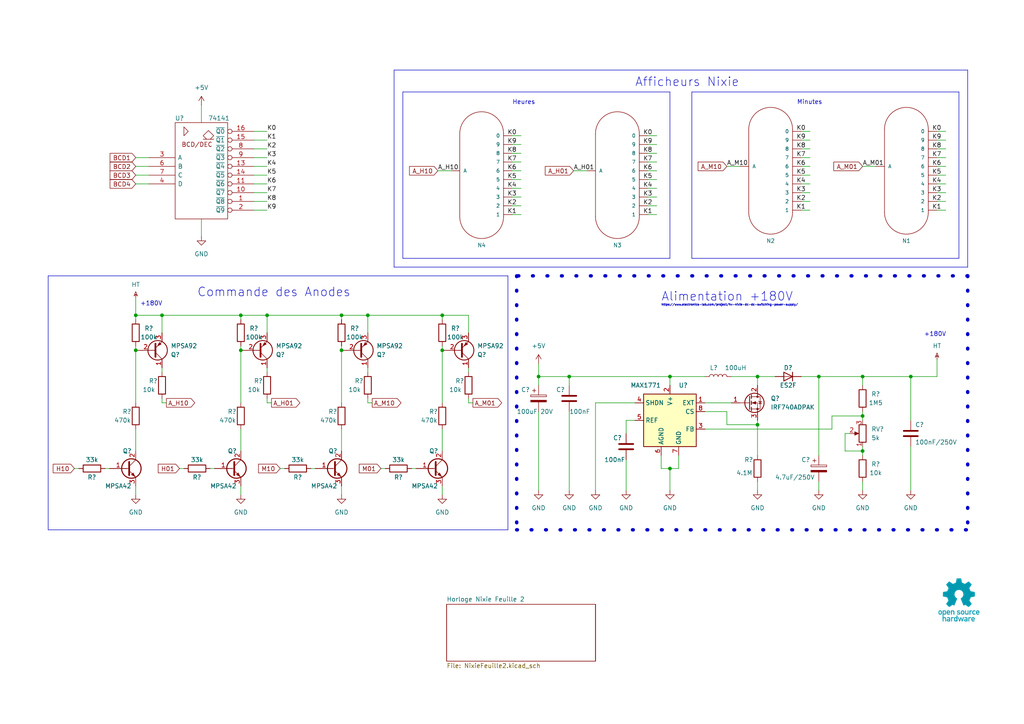
<source format=kicad_sch>
(kicad_sch (version 20230121) (generator eeschema)
  (paper "A4")
  (title_block (title "Horloge Nixie") (date "2023-07-09") (rev "0.2") (company "Auteur : Laurent Claude - www.laurentclaude.fr") (comment 1 "Licence : Open Source Hardware"))
  (lib_symbols
    (symbol "74xx_IEEE:74141" (pin_names (offset 0.762))
      (property "Reference" "U" (at 0 0 0))
      (property "Value" "74141" (at 7.62 -15.24 0))
      (symbol "74141_0_0"
        (polyline (pts (xy 3.556 9.144) (xy 3.048 9.144) (xy 3.048 9.144)))
        (polyline (pts (xy -5.08 12.7) (xy -5.08 10.16) (xy -3.81 11.43) (xy -5.08 12.7) (xy -5.08 12.7)))
        (polyline (pts (xy 2.54 9.144) (xy 3.556 10.16) (xy 2.032 11.684) (xy 0.508 10.16) (xy 1.524 9.144) (xy 0.508 9.144) (xy 3.556 9.144)))
        (text "BCD/DEC" (at -1.27 7.62 0) (effects (font (size 1.27 1.27))))
        (pin power_in line (at 0 -13.97 90) (length 0) hide (name "GND") (number "12"))
        (pin power_in line (at 0 13.97 270) (length 0) hide (name "VCC") (number "5"))
      )
      (symbol "74141_0_1"
        (rectangle (start -7.62 13.97) (end 7.62 -13.97))
      )
      (symbol "74141_1_1"
        (pin open_collector inverted (at 15.24 -8.89 180) (length 7.62) (name "~{Q8}") (number "1"))
        (pin open_collector inverted (at 15.24 -6.35 180) (length 7.62) (name "~{Q7}") (number "10"))
        (pin open_collector inverted (at 15.24 -3.81 180) (length 7.62) (name "~{Q6}") (number "11"))
        (pin open_collector inverted (at 15.24 1.27 180) (length 7.62) (name "~{Q4}") (number "13"))
        (pin open_collector inverted (at 15.24 -1.27 180) (length 7.62) (name "~{Q5}") (number "14"))
        (pin open_collector inverted (at 15.24 8.89 180) (length 7.62) (name "~{Q1}") (number "15"))
        (pin open_collector inverted (at 15.24 11.43 180) (length 7.62) (name "~{Q0}") (number "16"))
        (pin open_collector inverted (at 15.24 -11.43 180) (length 7.62) (name "~{Q9}") (number "2"))
        (pin input line (at -15.24 3.81 0) (length 7.62) (name "A") (number "3"))
        (pin input line (at -15.24 -3.81 0) (length 7.62) (name "D") (number "4"))
        (pin input line (at -15.24 1.27 0) (length 7.62) (name "B") (number "6"))
        (pin input line (at -15.24 -1.27 0) (length 7.62) (name "C") (number "7"))
        (pin open_collector inverted (at 15.24 6.35 180) (length 7.62) (name "~{Q2}") (number "8"))
        (pin open_collector inverted (at 15.24 3.81 180) (length 7.62) (name "~{Q3}") (number "9"))
      )
    )
    (symbol "Device:C" (pin_numbers hide) (pin_names (offset 0.254))
      (property "Reference" "C" (at 0.635 2.54 0))
      (property "Value" "C" (at 0.635 -2.54 0))
      (symbol "C_0_1"
        (polyline (pts (xy -2.032 -0.762) (xy 2.032 -0.762)) (stroke (width 0.508)))
        (polyline (pts (xy -2.032 0.762) (xy 2.032 0.762)) (stroke (width 0.508)))
      )
      (symbol "C_1_1"
        (pin passive line (at 0 3.81 270) (length 2.794) (name "~") (number "1"))
        (pin passive line (at 0 -3.81 90) (length 2.794) (name "~") (number "2"))
      )
    )
    (symbol "Device:C_Polarized" (pin_numbers hide) (pin_names (offset 0.254))
      (property "Reference" "C" (at 0.635 2.54 0))
      (property "Value" "C_Polarized" (at 0.635 -2.54 0))
      (symbol "C_Polarized_0_1"
        (rectangle (start -2.286 0.508) (end 2.286 1.016))
        (polyline (pts (xy -1.778 2.286) (xy -0.762 2.286)))
        (polyline (pts (xy -1.27 2.794) (xy -1.27 1.778)))
        (rectangle (start 2.286 -0.508) (end -2.286 -1.016) (fill (type outline)))
      )
      (symbol "C_Polarized_1_1"
        (pin passive line (at 0 3.81 270) (length 2.794) (name "~") (number "1"))
        (pin passive line (at 0 -3.81 90) (length 2.794) (name "~") (number "2"))
      )
    )
    (symbol "Device:D" (pin_numbers hide) (pin_names (offset 1.016) hide)
      (property "Reference" "D" (at 0 2.54 0))
      (property "Value" "D" (at 0 -2.54 0))
      (symbol "D_0_1"
        (polyline (pts (xy -1.27 1.27) (xy -1.27 -1.27)) (stroke (width 0.254)))
        (polyline (pts (xy 1.27 0) (xy -1.27 0)))
        (polyline (pts (xy 1.27 1.27) (xy 1.27 -1.27) (xy -1.27 0) (xy 1.27 1.27)) (stroke (width 0.254)))
      )
      (symbol "D_1_1"
        (pin passive line (at -3.81 0 0) (length 2.54) (name "K") (number "1"))
        (pin passive line (at 3.81 0 180) (length 2.54) (name "A") (number "2"))
      )
    )
    (symbol "Device:L" (pin_numbers hide) (pin_names (offset 1.016) hide)
      (property "Reference" "L" (at -1.27 0 90))
      (property "Value" "L" (at 1.905 0 90))
      (symbol "L_0_1"
        (arc (start 0 -2.54) (mid 0.6323 -1.905) (end 0 -1.27))
        (arc (start 0 -1.27) (mid 0.6323 -0.635) (end 0 0))
        (arc (start 0 0) (mid 0.6323 0.635) (end 0 1.27))
        (arc (start 0 1.27) (mid 0.6323 1.905) (end 0 2.54))
      )
      (symbol "L_1_1"
        (pin passive line (at 0 3.81 270) (length 1.27) (name "1") (number "1"))
        (pin passive line (at 0 -3.81 90) (length 1.27) (name "2") (number "2"))
      )
    )
    (symbol "Device:R" (pin_numbers hide) (pin_names (offset 0))
      (property "Reference" "R" (at 2.032 0 90))
      (property "Value" "R" (at 0 0 90))
      (symbol "R_0_1"
        (rectangle (start -1.016 -2.54) (end 1.016 2.54) (stroke (width 0.254)))
      )
      (symbol "R_1_1"
        (pin passive line (at 0 3.81 270) (length 1.27) (name "~") (number "1"))
        (pin passive line (at 0 -3.81 90) (length 1.27) (name "~") (number "2"))
      )
    )
    (symbol "Device:R_Potentiometer" (pin_names (offset 1.016) hide)
      (property "Reference" "RV" (at -4.445 0 90))
      (property "Value" "R_Potentiometer" (at -2.54 0 90))
      (symbol "R_Potentiometer_0_1"
        (polyline (pts (xy 2.54 0) (xy 1.524 0)))
        (polyline (pts (xy 1.143 0) (xy 2.286 0.508) (xy 2.286 -0.508) (xy 1.143 0)) (fill (type outline)))
        (rectangle (start 1.016 2.54) (end -1.016 -2.54) (stroke (width 0.254)))
      )
      (symbol "R_Potentiometer_1_1"
        (pin passive line (at 0 3.81 270) (length 1.27) (name "1") (number "1"))
        (pin passive line (at 3.81 0 180) (length 1.27) (name "2") (number "2"))
        (pin passive line (at 0 -3.81 90) (length 1.27) (name "3") (number "3"))
      )
    )
    (symbol "Nixie:IN-1" (pin_numbers hide) (pin_names (offset 1.016))
      (property "Reference" "N" (at -5.715 20.955 0))
      (symbol "IN-1_1_0"
        (polyline (pts (xy -7.62 -10.795) (xy -7.62 13.335)))
        (polyline (pts (xy 5.08 -10.795) (xy 5.08 13.335)))
      )
      (symbol "IN-1_1_1"
        (arc (start -7.62 -10.795) (mid -1.27 -17.1174) (end 5.08 -10.795))
        (arc (start 5.08 13.335) (mid -1.27 19.6574) (end -7.62 13.335))
        (pin bidirectional line (at -10.16 -10.16 0) (length 2.54) (name "0") (number "0"))
        (pin bidirectional line (at -10.16 12.7 0) (length 2.54) (name "1") (number "1"))
        (pin bidirectional line (at -10.16 10.16 0) (length 2.54) (name "2") (number "2"))
        (pin bidirectional line (at -10.16 7.62 0) (length 2.54) (name "3") (number "3"))
        (pin bidirectional line (at -10.16 5.08 0) (length 2.54) (name "4") (number "4"))
        (pin bidirectional line (at -10.16 2.54 0) (length 2.54) (name "5") (number "5"))
        (pin bidirectional line (at -10.16 0 0) (length 2.54) (name "6") (number "6"))
        (pin bidirectional line (at -10.16 -2.54 0) (length 2.54) (name "7") (number "7"))
        (pin bidirectional line (at -10.16 -5.08 0) (length 2.54) (name "8") (number "8"))
        (pin bidirectional line (at -10.16 -7.62 0) (length 2.54) (name "9") (number "9"))
        (pin bidirectional line (at 7.62 0 180) (length 2.54) (name "A") (number "A"))
      )
    )
    (symbol "Regulator_Switching:MAX1771xSA"
      (property "Reference" "U" (at -3.81 10.16 0))
      (property "Value" "MAX1771xSA" (at 6.35 10.16 0))
      (symbol "MAX1771xSA_0_1"
        (rectangle (start -7.62 7.62) (end 7.62 -7.62) (stroke (width 0.254)) (fill (type background)))
      )
      (symbol "MAX1771xSA_1_1"
        (pin output line (at 10.16 5.08 180) (length 2.54) (name "EXT") (number "1"))
        (pin power_in line (at 0 10.16 270) (length 2.54) (name "V+") (number "2"))
        (pin input line (at 10.16 -2.54 180) (length 2.54) (name "FB") (number "3"))
        (pin input line (at -10.16 5.08 0) (length 2.54) (name "SHDN") (number "4"))
        (pin passive line (at -10.16 0 0) (length 2.54) (name "REF") (number "5"))
        (pin power_in line (at -2.54 -10.16 90) (length 2.54) (name "AGND") (number "6"))
        (pin power_in line (at 2.54 -10.16 90) (length 2.54) (name "GND") (number "7"))
        (pin input line (at 10.16 2.54 180) (length 2.54) (name "CS") (number "8"))
      )
    )
    (symbol "Transistor_BJT:BC557" (pin_names (offset 0) hide)
      (property "Reference" "Q" (at 5.08 1.905 0))
      (property "Value" "BC557" (at 5.08 0 0))
      (symbol "BC557_0_1"
        (polyline (pts (xy 0.635 0.635) (xy 2.54 2.54)))
        (polyline (pts (xy 0.635 -0.635) (xy 2.54 -2.54) (xy 2.54 -2.54)))
        (polyline (pts (xy 0.635 1.905) (xy 0.635 -1.905) (xy 0.635 -1.905)) (stroke (width 0.508)))
        (polyline (pts (xy 2.286 -1.778) (xy 1.778 -2.286) (xy 1.27 -1.27) (xy 2.286 -1.778) (xy 2.286 -1.778)) (fill (type outline)))
        (circle (center 1.27 0) (radius 2.8194) (stroke (width 0.254)))
      )
      (symbol "BC557_1_1"
        (pin passive line (at 2.54 5.08 270) (length 2.54) (name "C") (number "1"))
        (pin input line (at -5.08 0 0) (length 5.715) (name "B") (number "2"))
        (pin passive line (at 2.54 -5.08 90) (length 2.54) (name "E") (number "3"))
      )
    )
    (symbol "Transistor_BJT:MJE13007G" (pin_names (offset 0) hide)
      (property "Reference" "Q" (at 6.35 1.905 0))
      (property "Value" "MJE13007G" (at 6.35 0 0))
      (symbol "MJE13007G_0_1"
        (polyline (pts (xy 0 0) (xy 0.635 0)))
        (polyline (pts (xy 2.54 2.54) (xy 0.635 0.635)))
        (polyline (pts (xy 0.635 1.905) (xy 0.635 -1.905) (xy 0.635 -1.905)) (stroke (width 0.508)))
        (polyline (pts (xy 2.286 -2.286) (xy 1.778 -1.778) (xy 1.778 -1.778)))
        (polyline (pts (xy 2.54 -2.54) (xy 0.635 -0.635) (xy 1.27 -1.27)) (fill (type outline)))
        (polyline (pts (xy 1.27 -1.778) (xy 1.778 -1.27) (xy 2.286 -2.286) (xy 1.27 -1.778) (xy 1.27 -1.778)) (fill (type outline)))
        (circle (center 1.27 0) (radius 2.8194) (stroke (width 0.3048)))
      )
      (symbol "MJE13007G_1_1"
        (pin input line (at -5.08 0 0) (length 5.08) (name "B") (number "1"))
        (pin passive line (at 2.54 5.08 270) (length 2.54) (name "C") (number "2"))
        (pin passive line (at 2.54 -5.08 90) (length 2.54) (name "E") (number "3"))
      )
    )
    (symbol "Transistor_FET:IRF740" (pin_names hide)
      (property "Reference" "Q" (at 6.35 1.905 0))
      (property "Value" "IRF740" (at 6.35 0 0))
      (symbol "IRF740_0_1"
        (polyline (pts (xy 0.254 0) (xy -2.54 0)))
        (polyline (pts (xy 0.254 1.905) (xy 0.254 -1.905)) (stroke (width 0.254)))
        (polyline (pts (xy 0.762 -1.27) (xy 0.762 -2.286)) (stroke (width 0.254)))
        (polyline (pts (xy 0.762 0.508) (xy 0.762 -0.508)) (stroke (width 0.254)))
        (polyline (pts (xy 0.762 2.286) (xy 0.762 1.27)) (stroke (width 0.254)))
        (polyline (pts (xy 2.54 2.54) (xy 2.54 1.778)))
        (polyline (pts (xy 2.54 -2.54) (xy 2.54 0) (xy 0.762 0)))
        (polyline (pts (xy 0.762 -1.778) (xy 3.302 -1.778) (xy 3.302 1.778) (xy 0.762 1.778)))
        (polyline (pts (xy 1.016 0) (xy 2.032 0.381) (xy 2.032 -0.381) (xy 1.016 0)) (fill (type outline)))
        (polyline (pts (xy 2.794 0.508) (xy 2.921 0.381) (xy 3.683 0.381) (xy 3.81 0.254)))
        (polyline (pts (xy 3.302 0.381) (xy 2.921 -0.254) (xy 3.683 -0.254) (xy 3.302 0.381)))
        (circle (center 1.651 0) (radius 2.794) (stroke (width 0.254)))
        (circle (center 2.54 -1.778) (radius 0.254) (fill (type outline)))
        (circle (center 2.54 1.778) (radius 0.254) (fill (type outline)))
      )
      (symbol "IRF740_1_1"
        (pin input line (at -5.08 0 0) (length 2.54) (name "G") (number "1"))
        (pin passive line (at 2.54 5.08 270) (length 2.54) (name "D") (number "2"))
        (pin passive line (at 2.54 -5.08 90) (length 2.54) (name "S") (number "3"))
      )
    )
    (symbol "power:+5V" (power) (pin_names (offset 0))
      (property "Value" "+5V" (at 0 3.556 0))
      (symbol "+5V_0_1"
        (polyline (pts (xy -0.762 1.27) (xy 0 2.54)))
        (polyline (pts (xy 0 0) (xy 0 2.54)))
        (polyline (pts (xy 0 2.54) (xy 0.762 1.27)))
      )
      (symbol "+5V_1_1"
        (pin power_in line (at 0 0 90) (length 0) hide (name "+5V") (number "1"))
      )
    )
    (symbol "power:GND" (power) (pin_names (offset 0))
      (property "Value" "GND" (at 0 -3.81 0))
      (symbol "GND_0_1"
        (polyline (pts (xy 0 0) (xy 0 -1.27) (xy 1.27 -1.27) (xy 0 -2.54) (xy -1.27 -1.27) (xy 0 -1.27)))
      )
      (symbol "GND_1_1"
        (pin power_in line (at 0 0 270) (length 0) hide (name "GND") (number "1"))
      )
    )
    (symbol "power:HT" (power) (pin_names (offset 0))
      (property "Value" "HT" (at 0 2.286 0))
      (symbol "HT_0_0"
        (pin power_in line (at 0 0 90) (length 0) hide (name "HT") (number "1"))
      )
      (symbol "HT_0_1"
        (polyline (pts (xy 0 0) (xy 0 1.016) (xy 0 1.016)))
        (polyline (pts (xy 0 1.016) (xy 0.508 0.508) (xy 0 1.778) (xy -0.508 0.508) (xy 0 1.016) (xy 0 1.016)))
      )
    )
  )
  (junction (at 77.47 91.44))
  (junction (at 250.19 120.65))
  (junction (at 264.16 109.22))
  (junction (at 156.21 109.22))
  (junction (at 106.68 91.44))
  (junction (at 69.85 101.6))
  (junction (at 39.37 101.6))
  (junction (at 39.37 91.44))
  (junction (at 237.49 109.22))
  (junction (at 219.71 123.19))
  (junction (at 99.06 101.6))
  (junction (at 99.06 91.44))
  (junction (at 194.31 135.89))
  (junction (at 46.99 91.44))
  (junction (at 250.19 109.22))
  (junction (at 250.19 130.81))
  (junction (at 128.27 91.44))
  (junction (at 69.85 91.44))
  (junction (at 165.1 109.22))
  (junction (at 219.71 109.22))
  (junction (at 128.27 101.6))
  (junction (at 194.31 109.22))
  (wire (pts (xy 190.5 39.37) (xy 187.96 39.37)))
  (wire (pts (xy 219.71 139.7) (xy 219.71 142.24)))
  (wire (pts (xy 77.47 43.18) (xy 73.66 43.18)))
  (wire (pts (xy 151.13 59.69) (xy 148.59 59.69)))
  (wire (pts (xy 204.47 124.46) (xy 241.3 124.46)))
  (wire (pts (xy 69.85 140.97) (xy 69.85 143.51)))
  (wire (pts (xy 106.68 116.84) (xy 107.95 116.84)))
  (wire (pts (xy 274.32 38.1) (xy 271.78 38.1)))
  (wire (pts (xy 106.68 91.44) (xy 106.68 96.52)))
  (wire (pts (xy 250.19 119.38) (xy 250.19 120.65)))
  (wire (pts (xy 151.13 44.45) (xy 148.59 44.45)))
  (wire (pts (xy 69.85 100.33) (xy 69.85 101.6)))
  (wire (pts (xy 190.5 57.15) (xy 187.96 57.15)))
  (wire (pts (xy 99.06 100.33) (xy 99.06 101.6)))
  (wire (pts (xy 219.71 109.22) (xy 224.79 109.22)))
  (wire (pts (xy 234.95 40.64) (xy 232.41 40.64)))
  (wire (pts (xy 39.37 100.33) (xy 39.37 101.6)))
  (wire (pts (xy 77.47 48.26) (xy 73.66 48.26)))
  (wire (pts (xy 135.89 91.44) (xy 128.27 91.44)))
  (wire (pts (xy 210.82 123.19) (xy 219.71 123.19)))
  (wire (pts (xy 77.47 96.52) (xy 77.47 91.44)))
  (wire (pts (xy 190.5 52.07) (xy 187.96 52.07)))
  (wire (pts (xy 245.11 125.73) (xy 245.11 130.81)))
  (wire (pts (xy 271.78 109.22) (xy 264.16 109.22)))
  (wire (pts (xy 237.49 109.22) (xy 250.19 109.22)))
  (polyline (pts (xy 114.3 20.32) (xy 280.67 20.32)))
  (wire (pts (xy 181.61 133.35) (xy 181.61 142.24)))
  (wire (pts (xy 151.13 39.37) (xy 148.59 39.37)))
  (wire (pts (xy 151.13 52.07) (xy 148.59 52.07)))
  (wire (pts (xy 99.06 140.97) (xy 99.06 143.51)))
  (wire (pts (xy 219.71 109.22) (xy 219.71 111.76)))
  (wire (pts (xy 166.37 49.53) (xy 170.18 49.53)))
  (wire (pts (xy 156.21 119.38) (xy 156.21 142.24)))
  (polyline (pts (xy 194.31 74.93) (xy 194.31 26.67)))
  (wire (pts (xy 128.27 140.97) (xy 128.27 143.51)))
  (polyline (pts (xy 278.13 74.93) (xy 278.13 26.67)))
  (wire (pts (xy 165.1 119.38) (xy 165.1 142.24)))
  (wire (pts (xy 77.47 115.57) (xy 77.47 116.84)))
  (wire (pts (xy 232.41 109.22) (xy 237.49 109.22)))
  (wire (pts (xy 77.47 91.44) (xy 69.85 91.44)))
  (wire (pts (xy 190.5 49.53) (xy 187.96 49.53)))
  (wire (pts (xy 156.21 109.22) (xy 165.1 109.22)))
  (wire (pts (xy 181.61 125.73) (xy 181.61 121.92)))
  (wire (pts (xy 190.5 46.99) (xy 187.96 46.99)))
  (wire (pts (xy 110.49 135.89) (xy 111.76 135.89)))
  (wire (pts (xy 30.48 135.89) (xy 31.75 135.89)))
  (wire (pts (xy 271.78 104.14) (xy 271.78 109.22)))
  (wire (pts (xy 190.5 41.91) (xy 187.96 41.91)))
  (wire (pts (xy 210.82 48.26) (xy 214.63 48.26)))
  (polyline (pts (xy 194.31 26.67) (xy 116.84 26.67)))
  (polyline (pts (xy 149.86 80.01) (xy 149.86 153.67)) (stroke (width 1) (type dot)))
  (wire (pts (xy 46.99 96.52) (xy 46.99 91.44)))
  (wire (pts (xy 196.85 132.08) (xy 196.85 135.89)))
  (wire (pts (xy 135.89 116.84) (xy 137.16 116.84)))
  (wire (pts (xy 46.99 91.44) (xy 69.85 91.44)))
  (wire (pts (xy 21.59 135.89) (xy 22.86 135.89)))
  (wire (pts (xy 274.32 55.88) (xy 271.78 55.88)))
  (wire (pts (xy 77.47 106.68) (xy 77.47 107.95)))
  (wire (pts (xy 264.16 109.22) (xy 250.19 109.22)))
  (polyline (pts (xy 200.66 74.93) (xy 278.13 74.93)))
  (wire (pts (xy 237.49 109.22) (xy 237.49 132.08)))
  (wire (pts (xy 77.47 53.34) (xy 73.66 53.34)))
  (polyline (pts (xy 114.3 77.47) (xy 280.67 77.47)))
  (polyline (pts (xy 147.32 80.01) (xy 13.97 80.01)))
  (wire (pts (xy 151.13 46.99) (xy 148.59 46.99)))
  (wire (pts (xy 77.47 116.84) (xy 78.74 116.84)))
  (wire (pts (xy 77.47 40.64) (xy 73.66 40.64)))
  (wire (pts (xy 264.16 129.54) (xy 264.16 142.24)))
  (wire (pts (xy 210.82 119.38) (xy 210.82 123.19)))
  (wire (pts (xy 58.42 30.48) (xy 58.42 35.56)))
  (wire (pts (xy 77.47 91.44) (xy 99.06 91.44)))
  (wire (pts (xy 151.13 62.23) (xy 148.59 62.23)))
  (polyline (pts (xy 200.66 26.67) (xy 200.66 74.93)))
  (wire (pts (xy 77.47 38.1) (xy 73.66 38.1)))
  (polyline (pts (xy 280.67 80.01) (xy 149.86 80.01)) (stroke (width 1) (type dot)))
  (wire (pts (xy 172.72 116.84) (xy 184.15 116.84)))
  (wire (pts (xy 90.17 135.89) (xy 91.44 135.89)))
  (wire (pts (xy 69.85 101.6) (xy 69.85 116.84)))
  (wire (pts (xy 77.47 58.42) (xy 73.66 58.42)))
  (wire (pts (xy 46.99 91.44) (xy 39.37 91.44)))
  (wire (pts (xy 99.06 124.46) (xy 99.06 130.81)))
  (wire (pts (xy 165.1 109.22) (xy 194.31 109.22)))
  (wire (pts (xy 237.49 139.7) (xy 237.49 142.24)))
  (wire (pts (xy 77.47 50.8) (xy 73.66 50.8)))
  (wire (pts (xy 81.28 135.89) (xy 82.55 135.89)))
  (wire (pts (xy 234.95 58.42) (xy 232.41 58.42)))
  (wire (pts (xy 234.95 45.72) (xy 232.41 45.72)))
  (wire (pts (xy 234.95 43.18) (xy 232.41 43.18)))
  (polyline (pts (xy 116.84 74.93) (xy 194.31 74.93)))
  (wire (pts (xy 39.37 48.26) (xy 43.18 48.26)))
  (wire (pts (xy 190.5 44.45) (xy 187.96 44.45)))
  (wire (pts (xy 246.38 125.73) (xy 245.11 125.73)))
  (wire (pts (xy 181.61 121.92) (xy 184.15 121.92)))
  (wire (pts (xy 190.5 62.23) (xy 187.96 62.23)))
  (wire (pts (xy 191.77 135.89) (xy 194.31 135.89)))
  (wire (pts (xy 274.32 58.42) (xy 271.78 58.42)))
  (wire (pts (xy 234.95 48.26) (xy 232.41 48.26)))
  (wire (pts (xy 274.32 50.8) (xy 271.78 50.8)))
  (polyline (pts (xy 13.97 80.01) (xy 13.97 153.67)))
  (wire (pts (xy 156.21 109.22) (xy 156.21 111.76)))
  (wire (pts (xy 46.99 115.57) (xy 46.99 116.84)))
  (wire (pts (xy 39.37 45.72) (xy 43.18 45.72)))
  (wire (pts (xy 106.68 91.44) (xy 128.27 91.44)))
  (wire (pts (xy 128.27 100.33) (xy 128.27 101.6)))
  (wire (pts (xy 39.37 101.6) (xy 39.37 116.84)))
  (wire (pts (xy 234.95 55.88) (xy 232.41 55.88)))
  (wire (pts (xy 274.32 40.64) (xy 271.78 40.64)))
  (wire (pts (xy 135.89 96.52) (xy 135.89 91.44)))
  (polyline (pts (xy 149.86 153.67) (xy 280.67 153.67)) (stroke (width 1) (type dot)))
  (polyline (pts (xy 147.32 153.67) (xy 147.32 80.01)))
  (wire (pts (xy 77.47 45.72) (xy 73.66 45.72)))
  (wire (pts (xy 106.68 115.57) (xy 106.68 116.84)))
  (wire (pts (xy 250.19 130.81) (xy 250.19 132.08)))
  (wire (pts (xy 77.47 55.88) (xy 73.66 55.88)))
  (wire (pts (xy 46.99 106.68) (xy 46.99 107.95)))
  (wire (pts (xy 245.11 130.81) (xy 250.19 130.81)))
  (wire (pts (xy 128.27 91.44) (xy 128.27 92.71)))
  (wire (pts (xy 190.5 54.61) (xy 187.96 54.61)))
  (polyline (pts (xy 280.67 80.01) (xy 280.67 153.67)) (stroke (width 1) (type dot)))
  (wire (pts (xy 39.37 124.46) (xy 39.37 130.81)))
  (wire (pts (xy 212.09 109.22) (xy 219.71 109.22)))
  (wire (pts (xy 274.32 43.18) (xy 271.78 43.18)))
  (wire (pts (xy 151.13 49.53) (xy 148.59 49.53)))
  (wire (pts (xy 99.06 101.6) (xy 99.06 116.84)))
  (wire (pts (xy 99.06 91.44) (xy 106.68 91.44)))
  (wire (pts (xy 191.77 132.08) (xy 191.77 135.89)))
  (polyline (pts (xy 114.3 20.32) (xy 114.3 77.47)))
  (wire (pts (xy 58.42 63.5) (xy 58.42 68.58)))
  (wire (pts (xy 274.32 48.26) (xy 271.78 48.26)))
  (wire (pts (xy 60.96 135.89) (xy 62.23 135.89)))
  (polyline (pts (xy 13.97 153.67) (xy 147.32 153.67)))
  (wire (pts (xy 194.31 109.22) (xy 204.47 109.22)))
  (wire (pts (xy 39.37 53.34) (xy 43.18 53.34)))
  (wire (pts (xy 241.3 120.65) (xy 250.19 120.65)))
  (wire (pts (xy 165.1 109.22) (xy 165.1 111.76)))
  (wire (pts (xy 274.32 60.96) (xy 271.78 60.96)))
  (wire (pts (xy 39.37 140.97) (xy 39.37 143.51)))
  (wire (pts (xy 128.27 101.6) (xy 128.27 116.84)))
  (wire (pts (xy 99.06 91.44) (xy 99.06 92.71)))
  (wire (pts (xy 234.95 53.34) (xy 232.41 53.34)))
  (wire (pts (xy 219.71 123.19) (xy 219.71 121.92)))
  (wire (pts (xy 274.32 45.72) (xy 271.78 45.72)))
  (wire (pts (xy 250.19 48.26) (xy 254 48.26)))
  (wire (pts (xy 204.47 119.38) (xy 210.82 119.38)))
  (wire (pts (xy 190.5 59.69) (xy 187.96 59.69)))
  (wire (pts (xy 151.13 54.61) (xy 148.59 54.61)))
  (wire (pts (xy 151.13 57.15) (xy 148.59 57.15)))
  (wire (pts (xy 151.13 41.91) (xy 148.59 41.91)))
  (wire (pts (xy 106.68 106.68) (xy 106.68 107.95)))
  (wire (pts (xy 127 49.53) (xy 130.81 49.53)))
  (wire (pts (xy 135.89 115.57) (xy 135.89 116.84)))
  (wire (pts (xy 52.07 135.89) (xy 53.34 135.89)))
  (wire (pts (xy 39.37 50.8) (xy 43.18 50.8)))
  (wire (pts (xy 156.21 105.41) (xy 156.21 109.22)))
  (wire (pts (xy 234.95 60.96) (xy 232.41 60.96)))
  (wire (pts (xy 250.19 111.76) (xy 250.19 109.22)))
  (wire (pts (xy 46.99 116.84) (xy 48.26 116.84)))
  (wire (pts (xy 196.85 135.89) (xy 194.31 135.89)))
  (wire (pts (xy 128.27 124.46) (xy 128.27 130.81)))
  (wire (pts (xy 135.89 106.68) (xy 135.89 107.95)))
  (wire (pts (xy 250.19 120.65) (xy 250.19 121.92)))
  (wire (pts (xy 119.38 135.89) (xy 120.65 135.89)))
  (wire (pts (xy 241.3 124.46) (xy 241.3 120.65)))
  (wire (pts (xy 77.47 60.96) (xy 73.66 60.96)))
  (polyline (pts (xy 278.13 26.67) (xy 200.66 26.67)))
  (wire (pts (xy 39.37 91.44) (xy 39.37 92.71)))
  (wire (pts (xy 172.72 142.24) (xy 172.72 116.84)))
  (wire (pts (xy 250.19 139.7) (xy 250.19 142.24)))
  (wire (pts (xy 234.95 38.1) (xy 232.41 38.1)))
  (wire (pts (xy 69.85 124.46) (xy 69.85 130.81)))
  (wire (pts (xy 250.19 129.54) (xy 250.19 130.81)))
  (wire (pts (xy 204.47 116.84) (xy 212.09 116.84)))
  (wire (pts (xy 234.95 50.8) (xy 232.41 50.8)))
  (polyline (pts (xy 116.84 26.67) (xy 116.84 74.93)))
  (wire (pts (xy 39.37 86.36) (xy 39.37 91.44)))
  (wire (pts (xy 219.71 123.19) (xy 219.71 132.08)))
  (wire (pts (xy 194.31 109.22) (xy 194.31 111.76)))
  (wire (pts (xy 69.85 91.44) (xy 69.85 92.71)))
  (wire (pts (xy 264.16 121.92) (xy 264.16 109.22)))
  (wire (pts (xy 274.32 53.34) (xy 271.78 53.34)))
  (polyline (pts (xy 280.67 77.47) (xy 280.67 20.32)))
  (wire (pts (xy 194.31 135.89) (xy 194.31 142.24)))
  (image (at 278.13 173.99) (scale 1.48101))
  (text "+180V" (at 40.64 88.9 0) (effects (font (size 1.27 1.27)) (justify left bottom)))
  (text "Alimentation +180V" (at 191.77 87.63 0) (effects (font (size 2.54 2.54)) (justify left bottom)))
  (text "Afficheurs Nixie" (at 184.15 25.4 0) (effects (font (size 2.54 2.54)) (justify left bottom)))
  (text "+180V" (at 267.97 97.79 0) (effects (font (size 1.27 1.27)) (justify left bottom)))
  (text "Heures" (at 148.59 30.48 0) (effects (font (size 1.27 1.27)) (justify left bottom)))
  (text "Commande des Anodes" (at 57.15 86.36 0) (effects (font (size 2.54 2.54)) (justify left bottom)))
  (text "Minutes" (at 231.14 30.48 0) (effects (font (size 1.27 1.27)) (justify left bottom)))
  (text "https://www.electronics-lab.com/project/hv-nixie-dc-dc-switching-power-supply/" (at 191.77 88.9 0) (effects (font (size 0.6 0.6)) (justify left bottom)))
  (label "A_M10" (at 210.82 48.26 0))
  (label "K7" (at 149.86 46.99 180))
  (label "K1" (at 273.05 60.96 180))
  (label "K2" (at 273.05 58.42 180))
  (label "K5" (at 189.23 52.07 180))
  (label "K6" (at 273.05 48.26 180))
  (label "K3" (at 77.47 45.72 0))
  (label "A_H01" (at 166.37 49.53 0))
  (label "K4" (at 273.05 53.34 180))
  (label "K6" (at 189.23 49.53 180))
  (label "K5" (at 273.05 50.8 180))
  (label "K9" (at 233.68 40.64 180))
  (label "K9" (at 273.05 40.64 180))
  (label "K9" (at 189.23 41.91 180))
  (label "A_M01" (at 250.19 48.26 0))
  (label "K0" (at 273.05 38.1 180))
  (label "K4" (at 77.47 48.26 0))
  (label "K5" (at 77.47 50.8 0))
  (label "K7" (at 233.68 45.72 180))
  (label "K3" (at 189.23 57.15 180))
  (label "K5" (at 149.86 52.07 180))
  (label "K2" (at 233.68 58.42 180))
  (label "K5" (at 233.68 50.8 180))
  (label "K8" (at 273.05 43.18 180))
  (label "K6" (at 233.68 48.26 180))
  (label "K0" (at 77.47 38.1 0))
  (label "K1" (at 233.68 60.96 180))
  (label "K1" (at 77.47 40.64 0))
  (label "K1" (at 149.86 62.23 180))
  (label "K4" (at 149.86 54.61 180))
  (label "K6" (at 149.86 49.53 180))
  (label "K0" (at 233.68 38.1 180))
  (label "K8" (at 77.47 58.42 0))
  (label "K9" (at 149.86 41.91 180))
  (label "K0" (at 189.23 39.37 180))
  (label "K9" (at 77.47 60.96 0))
  (label "A_H10" (at 127 49.53 0))
  (label "K2" (at 77.47 43.18 0))
  (label "K2" (at 189.23 59.69 180))
  (label "K3" (at 273.05 55.88 180))
  (label "K4" (at 233.68 53.34 180))
  (label "K8" (at 189.23 44.45 180))
  (label "K2" (at 149.86 59.69 180))
  (label "K6" (at 77.47 53.34 0))
  (label "K7" (at 273.05 45.72 180))
  (label "K3" (at 149.86 57.15 180))
  (label "K0" (at 149.86 39.37 180))
  (label "K8" (at 233.68 43.18 180))
  (label "K7" (at 189.23 46.99 180))
  (label "K3" (at 233.68 55.88 180))
  (label "K1" (at 189.23 62.23 180))
  (label "K7" (at 77.47 55.88 0))
  (label "K8" (at 149.86 44.45 180))
  (label "K4" (at 189.23 54.61 180))
  (global_label "M01" (shape input) (at 110.49 135.89 180) (property "Intersheetrefs" "${INTERSHEET_REFS}" (effects hide)) (property "Références Inter-Feuilles" "${INTERSHEET_REFS}" (effects hide)))
  (global_label "A_H10" (shape output) (at 48.26 116.84 0) (property "Intersheetrefs" "${INTERSHEET_REFS}" (effects hide)) (property "Références Inter-Feuilles" "${INTERSHEET_REFS}" (effects hide)))
  (global_label "A_M01" (shape output) (at 137.16 116.84 0) (property "Intersheetrefs" "${INTERSHEET_REFS}" (effects hide)) (property "Références Inter-Feuilles" "${INTERSHEET_REFS}" (effects hide)))
  (global_label "H01" (shape input) (at 52.07 135.89 180) (property "Intersheetrefs" "${INTERSHEET_REFS}" (effects hide)) (property "Références Inter-Feuilles" "${INTERSHEET_REFS}" (effects hide)))
  (global_label "A_H01" (shape input) (at 166.37 49.53 180) (property "Intersheetrefs" "${INTERSHEET_REFS}" (effects hide)) (property "Références Inter-Feuilles" "${INTERSHEET_REFS}" (effects hide)))
  (global_label "A_H01" (shape output) (at 78.74 116.84 0) (property "Intersheetrefs" "${INTERSHEET_REFS}" (effects hide)) (property "Références Inter-Feuilles" "${INTERSHEET_REFS}" (effects hide)))
  (global_label "BCD2" (shape input) (at 39.37 48.26 180) (property "Intersheetrefs" "${INTERSHEET_REFS}" (effects hide)) (property "Références Inter-Feuilles" "${INTERSHEET_REFS}" (effects hide)))
  (global_label "BCD1" (shape input) (at 39.37 45.72 180) (property "Intersheetrefs" "${INTERSHEET_REFS}" (effects hide)) (property "Références Inter-Feuilles" "${INTERSHEET_REFS}" (effects hide)))
  (global_label "A_M10" (shape output) (at 107.95 116.84 0) (property "Intersheetrefs" "${INTERSHEET_REFS}" (effects hide)) (property "Références Inter-Feuilles" "${INTERSHEET_REFS}" (effects hide)))
  (global_label "H10" (shape input) (at 21.59 135.89 180) (property "Intersheetrefs" "${INTERSHEET_REFS}" (effects hide)) (property "Références Inter-Feuilles" "${INTERSHEET_REFS}" (effects hide)))
  (global_label "A_H10" (shape input) (at 127 49.53 180) (property "Intersheetrefs" "${INTERSHEET_REFS}" (effects hide)) (property "Références Inter-Feuilles" "${INTERSHEET_REFS}" (effects hide)))
  (global_label "BCD4" (shape input) (at 39.37 53.34 180) (property "Intersheetrefs" "${INTERSHEET_REFS}" (effects hide)) (property "Références Inter-Feuilles" "${INTERSHEET_REFS}" (effects hide)))
  (global_label "BCD3" (shape input) (at 39.37 50.8 180) (property "Intersheetrefs" "${INTERSHEET_REFS}" (effects hide)) (property "Références Inter-Feuilles" "${INTERSHEET_REFS}" (effects hide)))
  (global_label "A_M01" (shape input) (at 250.19 48.26 180) (property "Intersheetrefs" "${INTERSHEET_REFS}" (effects hide)) (property "Références Inter-Feuilles" "${INTERSHEET_REFS}" (effects hide)))
  (global_label "M10" (shape input) (at 81.28 135.89 180) (property "Intersheetrefs" "${INTERSHEET_REFS}" (effects hide)) (property "Références Inter-Feuilles" "${INTERSHEET_REFS}" (effects hide)))
  (global_label "A_M10" (shape input) (at 210.82 48.26 180) (property "Intersheetrefs" "${INTERSHEET_REFS}" (effects hide)) (property "Références Inter-Feuilles" "${INTERSHEET_REFS}" (effects hide)))
  (symbol (lib_id "Nixie:IN-1") (at 222.25 48.26 180) (unit 1)
    (property "Reference" "N2" (at 223.52 69.85 0) (effects (font (size 1.143 1.143))))
    (property "Value" "IN-1" (effects hide))
    (property "Footprint" "nixies-us_IN-1" (effects hide))
  )
  (symbol (lib_id "Nixie:IN-1") (at 177.8 49.53 180) (unit 1)
    (property "Reference" "N3" (at 179.07 71.12 0) (effects (font (size 1.143 1.143))))
    (property "Value" "IN-1" (effects hide))
    (property "Footprint" "nixies-us_IN-1" (effects hide))
  )
  (symbol (lib_id "Transistor_FET:IRF740") (at 217.17 116.84 0) (unit 1)
    (property "Reference" "Q?" (at 223.52 115.5699 0) (effects (justify left)))
    (property "Value" "IRF740ADPAK" (at 223.52 118.1099 0) (effects (justify left)))
    (property "Footprint" "Package_TO_SOT_THT:TO-220-3_Vertical" (effects hide))
    (property "Datasheet" "http://www.vishay.com/docs/91054/91054.pdf" (effects hide))
  )
  (symbol (lib_id "Transistor_BJT:BC557") (at 104.14 101.6 0) (mirror x) (unit 1)
    (property "Reference" "Q?" (at 109.22 102.87 0) (effects (justify left)))
    (property "Value" "MPSA92" (at 109.22 100.33 0) (effects (justify left)))
    (property "Footprint" "Package_TO_SOT_THT:TO-92_Inline" (effects hide))
    (property "Datasheet" "https://www.onsemi.com/pub/Collateral/BC556BTA-D.pdf" (effects hide))
  )
  (symbol (lib_id "Device:R") (at 26.67 135.89 90) (unit 1)
    (property "Reference" "R?" (at 26.67 138.43 90))
    (property "Value" "33k" (at 26.67 133.35 90))
  )
  (symbol (lib_id "power:GND") (at 172.72 142.24 0) (unit 1)
    (property "Reference" "#PWR?" (effects hide))
    (property "Value" "GND" (at 172.72 147.32 0))
  )
  (symbol (lib_id "power:GND") (at 39.37 143.51 0) (unit 1)
    (property "Reference" "#PWR?" (effects hide))
    (property "Value" "GND" (at 39.37 148.59 0))
  )
  (symbol (lib_id "Device:R") (at 57.15 135.89 90) (unit 1)
    (property "Reference" "R?" (at 57.15 138.43 90))
    (property "Value" "33k" (at 57.15 133.35 90))
  )
  (symbol (lib_id "Device:R") (at 99.06 120.65 180) (unit 1)
    (property "Reference" "R?" (at 96.52 119.38 0))
    (property "Value" "470k" (at 95.25 121.92 0))
  )
  (symbol (lib_id "power:GND") (at 128.27 143.51 0) (unit 1)
    (property "Reference" "#PWR?" (effects hide))
    (property "Value" "GND" (at 128.27 148.59 0))
  )
  (symbol (lib_id "Regulator_Switching:MAX1771xSA") (at 194.31 121.92 0) (unit 1)
    (property "Reference" "U?" (at 196.85 111.76 0) (effects (justify left)))
    (property "Value" "MAX1771" (at 182.88 111.76 0) (effects (justify left)))
    (property "Footprint" "Package_SO:SO-8_3.9x4.9mm_P1.27mm" (effects hide))
    (property "Datasheet" "https://datasheets.maximintegrated.com/en/ds/MAX1771.pdf" (effects hide))
  )
  (symbol (lib_id "Device:R") (at 99.06 96.52 180) (unit 1)
    (property "Reference" "R?" (at 102.87 95.25 0))
    (property "Value" "100k" (at 102.87 97.79 0))
  )
  (symbol (lib_id "Device:R") (at 86.36 135.89 90) (unit 1)
    (property "Reference" "R?" (at 86.36 138.43 90))
    (property "Value" "33k" (at 86.36 133.35 90))
  )
  (symbol (lib_id "Device:R") (at 46.99 111.76 180) (unit 1)
    (property "Reference" "R?" (at 44.45 110.49 0))
    (property "Value" "10k" (at 43.18 113.03 0))
  )
  (symbol (lib_id "Nixie:IN-1") (at 261.62 48.26 180) (unit 1)
    (property "Reference" "N1" (at 262.89 69.85 0) (effects (font (size 1.143 1.143))))
    (property "Value" "IN-1" (effects hide))
    (property "Footprint" "nixies-us_IN-1" (effects hide))
  )
  (symbol (lib_id "Transistor_BJT:MJE13007G") (at 36.83 135.89 0) (unit 1)
    (property "Reference" "Q?" (at 35.56 130.81 0) (effects (justify left)))
    (property "Value" "MPSA42" (at 30.48 140.97 0) (effects (justify left)))
    (property "Footprint" "Package_TO_SOT_THT:TO-220-3_Vertical" (effects hide))
    (property "Datasheet" "http://www.onsemi.com/pub_link/Collateral/MJE13007-D.PDF" (effects hide))
  )
  (symbol (lib_id "power:GND") (at 219.71 142.24 0) (unit 1)
    (property "Reference" "#PWR?" (effects hide))
    (property "Value" "GND" (at 219.71 147.32 0))
  )
  (symbol (lib_id "Device:D") (at 228.6 109.22 180) (unit 1)
    (property "Reference" "D?" (at 228.6 106.68 0))
    (property "Value" "ES2F" (at 228.6 111.76 0))
  )
  (symbol (lib_id "Device:R_Potentiometer") (at 250.19 125.73 180) (unit 1)
    (property "Reference" "RV?" (at 252.73 124.4599 0) (effects (justify right)))
    (property "Value" "5k" (at 252.73 126.9999 0) (effects (justify right)))
  )
  (symbol (lib_id "Device:R") (at 39.37 120.65 180) (unit 1)
    (property "Reference" "R?" (at 36.83 119.38 0))
    (property "Value" "470k" (at 35.56 121.92 0))
  )
  (symbol (lib_id "power:GND") (at 181.61 142.24 0) (unit 1)
    (property "Reference" "#PWR?" (effects hide))
    (property "Value" "GND" (at 181.61 147.32 0))
  )
  (symbol (lib_id "Device:R") (at 106.68 111.76 180) (unit 1)
    (property "Reference" "R?" (at 104.14 110.49 0))
    (property "Value" "10k" (at 102.87 113.03 0))
  )
  (symbol (lib_id "power:GND") (at 165.1 142.24 0) (unit 1)
    (property "Reference" "#PWR?" (effects hide))
    (property "Value" "GND" (at 165.1 147.32 0))
  )
  (symbol (lib_id "Device:C") (at 181.61 129.54 0) (unit 1)
    (property "Reference" "C?" (at 177.8 127 0) (effects (justify left)))
    (property "Value" "100nF" (at 175.26 133.35 0) (effects (justify left)))
  )
  (symbol (lib_id "Device:R") (at 250.19 115.57 180) (unit 1)
    (property "Reference" "R?" (at 254 114.3 0))
    (property "Value" "1M5" (at 254 116.84 0))
  )
  (symbol (lib_id "power:GND") (at 264.16 142.24 0) (unit 1)
    (property "Reference" "#PWR?" (effects hide))
    (property "Value" "GND" (at 264.16 147.32 0))
  )
  (symbol (lib_id "Nixie:IN-1") (at 138.43 49.53 180) (unit 1)
    (property "Reference" "N4" (at 139.7 71.12 0) (effects (font (size 1.143 1.143))))
    (property "Value" "IN-1" (effects hide))
    (property "Footprint" "nixies-us_IN-1" (effects hide))
  )
  (symbol (lib_id "Transistor_BJT:MJE13007G") (at 125.73 135.89 0) (unit 1)
    (property "Reference" "Q?" (at 124.46 130.81 0) (effects (justify left)))
    (property "Value" "MPSA42" (at 119.38 140.97 0) (effects (justify left)))
    (property "Footprint" "Package_TO_SOT_THT:TO-220-3_Vertical" (effects hide))
    (property "Datasheet" "http://www.onsemi.com/pub_link/Collateral/MJE13007-D.PDF" (effects hide))
  )
  (symbol (lib_id "Device:R") (at 115.57 135.89 90) (unit 1)
    (property "Reference" "R?" (at 115.57 138.43 90))
    (property "Value" "33k" (at 115.57 133.35 90))
  )
  (symbol (lib_id "power:+5V") (at 58.42 30.48 0) (unit 1)
    (property "Reference" "#PWR?" (effects hide))
    (property "Value" "+5V" (at 58.42 25.4 0))
  )
  (symbol (lib_id "Transistor_BJT:BC557") (at 74.93 101.6 0) (mirror x) (unit 1)
    (property "Reference" "Q?" (at 80.01 102.87 0) (effects (justify left)))
    (property "Value" "MPSA92" (at 80.01 100.33 0) (effects (justify left)))
    (property "Footprint" "Package_TO_SOT_THT:TO-92_Inline" (effects hide))
    (property "Datasheet" "https://www.onsemi.com/pub/Collateral/BC556BTA-D.pdf" (effects hide))
  )
  (symbol (lib_id "Device:C_Polarized") (at 237.49 135.89 0) (unit 1)
    (property "Reference" "C?" (at 232.41 133.35 0) (effects (justify left)))
    (property "Value" "4.7uF/250V" (at 224.79 138.43 0) (effects (justify left)))
  )
  (symbol (lib_id "Device:R") (at 69.85 96.52 180) (unit 1)
    (property "Reference" "R?" (at 73.66 95.25 0))
    (property "Value" "100k" (at 73.66 97.79 0))
  )
  (symbol (lib_id "power:HT") (at 39.37 86.36 0) (unit 1)
    (property "Reference" "#PWR?" (effects hide))
    (property "Value" "HT" (at 39.37 82.55 0))
  )
  (symbol (lib_id "74xx_IEEE:74141") (at 58.42 49.53 0) (unit 1)
    (property "Reference" "U?" (at 52.07 34.29 0))
    (property "Value" "74141" (at 63.5 34.29 0))
  )
  (symbol (lib_id "Transistor_BJT:BC557") (at 133.35 101.6 0) (mirror x) (unit 1)
    (property "Reference" "Q?" (at 138.43 102.87 0) (effects (justify left)))
    (property "Value" "MPSA92" (at 138.43 100.33 0) (effects (justify left)))
    (property "Footprint" "Package_TO_SOT_THT:TO-92_Inline" (effects hide))
    (property "Datasheet" "https://www.onsemi.com/pub/Collateral/BC556BTA-D.pdf" (effects hide))
  )
  (symbol (lib_id "Device:R") (at 128.27 96.52 180) (unit 1)
    (property "Reference" "R?" (at 132.08 95.25 0))
    (property "Value" "100k" (at 132.08 97.79 0))
  )
  (symbol (lib_id "Device:C") (at 165.1 115.57 0) (unit 1)
    (property "Reference" "C?" (at 161.29 113.03 0) (effects (justify left)))
    (property "Value" "100nF" (at 165.1 119.38 0) (effects (justify left)))
  )
  (symbol (lib_id "Device:R") (at 128.27 120.65 180) (unit 1)
    (property "Reference" "R?" (at 125.73 119.38 0))
    (property "Value" "470k" (at 124.46 121.92 0))
  )
  (symbol (lib_id "power:GND") (at 69.85 143.51 0) (unit 1)
    (property "Reference" "#PWR?" (effects hide))
    (property "Value" "GND" (at 69.85 148.59 0))
  )
  (symbol (lib_id "power:GND") (at 58.42 68.58 0) (unit 1)
    (property "Reference" "#PWR?" (effects hide))
    (property "Value" "GND" (at 58.42 73.66 0))
  )
  (symbol (lib_id "Device:R") (at 250.19 135.89 180) (unit 1)
    (property "Reference" "R?" (at 254 134.62 0))
    (property "Value" "10k" (at 254 137.16 0))
  )
  (symbol (lib_id "power:GND") (at 250.19 142.24 0) (unit 1)
    (property "Reference" "#PWR?" (effects hide))
    (property "Value" "GND" (at 250.19 147.32 0))
  )
  (symbol (lib_id "Device:R") (at 77.47 111.76 180) (unit 1)
    (property "Reference" "R?" (at 74.93 110.49 0))
    (property "Value" "10k" (at 73.66 113.03 0))
  )
  (symbol (lib_id "Transistor_BJT:BC557") (at 44.45 101.6 0) (mirror x) (unit 1)
    (property "Reference" "Q?" (at 49.53 102.87 0) (effects (justify left)))
    (property "Value" "MPSA92" (at 49.53 100.33 0) (effects (justify left)))
    (property "Footprint" "Package_TO_SOT_THT:TO-92_Inline" (effects hide))
    (property "Datasheet" "https://www.onsemi.com/pub/Collateral/BC556BTA-D.pdf" (effects hide))
  )
  (symbol (lib_id "Transistor_BJT:MJE13007G") (at 67.31 135.89 0) (unit 1)
    (property "Reference" "Q?" (at 66.04 130.81 0) (effects (justify left)))
    (property "Value" "MPSA42" (at 60.96 140.97 0) (effects (justify left)))
    (property "Footprint" "Package_TO_SOT_THT:TO-220-3_Vertical" (effects hide))
    (property "Datasheet" "http://www.onsemi.com/pub_link/Collateral/MJE13007-D.PDF" (effects hide))
  )
  (symbol (lib_id "Device:R") (at 135.89 111.76 180) (unit 1)
    (property "Reference" "R?" (at 133.35 110.49 0))
    (property "Value" "10k" (at 132.08 113.03 0))
  )
  (symbol (lib_id "power:+5V") (at 156.21 105.41 0) (unit 1)
    (property "Reference" "#PWR?" (effects hide))
    (property "Value" "+5V" (at 156.21 100.33 0))
  )
  (symbol (lib_id "power:GND") (at 156.21 142.24 0) (unit 1)
    (property "Reference" "#PWR?" (effects hide))
    (property "Value" "GND" (at 156.21 147.32 0))
  )
  (symbol (lib_id "Device:R") (at 219.71 135.89 180) (unit 1)
    (property "Reference" "R?" (at 217.17 133.35 0))
    (property "Value" "4.1M" (at 215.9 137.16 0))
  )
  (symbol (lib_id "Device:C") (at 264.16 125.73 0) (unit 1)
    (property "Reference" "C?" (at 265.43 123.19 0) (effects (justify left)))
    (property "Value" "100nF/250V" (at 265.43 128.27 0) (effects (justify left)))
  )
  (symbol (lib_id "power:HT") (at 271.78 104.14 0) (unit 1)
    (property "Reference" "#PWR?" (effects hide))
    (property "Value" "HT" (at 271.78 100.33 0))
  )
  (symbol (lib_id "power:GND") (at 194.31 142.24 0) (unit 1)
    (property "Reference" "#PWR?" (effects hide))
    (property "Value" "GND" (at 194.31 147.32 0))
  )
  (symbol (lib_id "Device:R") (at 69.85 120.65 180) (unit 1)
    (property "Reference" "R?" (at 67.31 119.38 0))
    (property "Value" "470k" (at 66.04 121.92 0))
  )
  (symbol (lib_id "Device:R") (at 39.37 96.52 180) (unit 1)
    (property "Reference" "R?" (at 43.18 95.25 0))
    (property "Value" "100k" (at 43.18 97.79 0))
  )
  (symbol (lib_id "power:GND") (at 237.49 142.24 0) (unit 1)
    (property "Reference" "#PWR?" (effects hide))
    (property "Value" "GND" (at 237.49 147.32 0))
  )
  (symbol (lib_id "Device:L") (at 208.28 109.22 90) (unit 1)
    (property "Reference" "L?" (at 207.01 106.68 90))
    (property "Value" "100uH" (at 213.36 106.68 90))
  )
  (symbol (lib_id "Transistor_BJT:MJE13007G") (at 96.52 135.89 0) (unit 1)
    (property "Reference" "Q?" (at 95.25 130.81 0) (effects (justify left)))
    (property "Value" "MPSA42" (at 90.17 140.97 0) (effects (justify left)))
    (property "Footprint" "Package_TO_SOT_THT:TO-220-3_Vertical" (effects hide))
    (property "Datasheet" "http://www.onsemi.com/pub_link/Collateral/MJE13007-D.PDF" (effects hide))
  )
  (symbol (lib_id "power:GND") (at 99.06 143.51 0) (unit 1)
    (property "Reference" "#PWR?" (effects hide))
    (property "Value" "GND" (at 99.06 148.59 0))
  )
  (symbol (lib_id "Device:C_Polarized") (at 156.21 115.57 0) (unit 1)
    (property "Reference" "C?" (at 151.13 113.03 0) (effects (justify left)))
    (property "Value" "100uF 20V" (at 149.86 119.38 0) (effects (justify left)))
  )
  (sheet (at 129.54 175.26) (size 43.18 16.51) (stroke (width 0.1524))
    (property "Sheetname" "Horloge Nixie Feuille 2" (at 129.54 174.5484 0) (effects (justify left bottom)))
    (property "Sheetfile" "NixieFeuille2.kicad_sch" (at 129.54 192.3546 0) (effects (justify left top)))
  )
)
</source>
